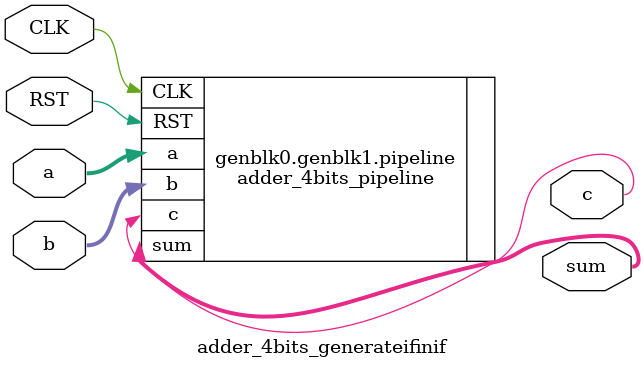
<source format=v>
/***********************************************
Module Name:   top_adder_4bits_generateifinif
Feature:       4 bits adder in combined or pipeline structure 
               which is selsected by generate
               Four adders in with 200 MHz clock and 50 MHz clock
Coder:         Garfield
Organization:  XXXX Group, Department of Architecture
------------------------------------------------------
Input ports:   a, b, 4 bits, operent
               CLK, 1bit clock
               RST, 1 bit, reset
Output Ports:  sum1, sum2, 4 bits, sum
               c1,c2, 1 bit, carry bit
------------------------------------------------------
History:
02-05-2016: First Version by Garfield
02-05-2016: First verified by Adder_4bits_generatecase_test  ISE/Modelsim
***********************************************/
`define FREQUENCY1 200
`define FREQUENCY2 50
//If CLOCK_FREQUENCY is greater than HIGH_SPEED,
//the adder should be designed in pipeline

module top_adder_4bits_generateifinif
//Clock frequency in unit of MHz
  ( 
    input[3:0] a, b,
    input CLK1, CLK2, input RST,
    output[3:0] sum_HH, sum_HL, sum_LH, sum_LL,
    output c_HH, c_HL, c_LH, c_LL
  );
//Load other module(s)
adder_4bits_generateifinif #(.CLOCK_FREQNENCY(`FREQUENCY1), .HIGH_CHIP(1) )      
A_HH ( .a(a), .b(b),.CLK(CLK1), .RST(RST), .sum(sum_HH), .c(c_HH));

adder_4bits_generateifinif #(.CLOCK_FREQNENCY(`FREQUENCY1), .HIGH_CHIP(0) )      
A_HL ( .a(a), .b(b),.CLK(CLK1), .RST(RST), .sum(sum_HL), .c(c_HL));

adder_4bits_generateifinif #(.CLOCK_FREQNENCY(`FREQUENCY2), .HIGH_CHIP(1) )     
A_LH ( .a(a), .b(b),.CLK(CLK2), .RST(RST), .sum(sum_LH), .c(c_LH));

adder_4bits_generateifinif #(.CLOCK_FREQNENCY(`FREQUENCY2), .HIGH_CHIP(0) )     
A_LL ( .a(a), .b(b),.CLK(CLK2), .RST(RST), .sum(sum_LL), .c(c_LL));
//Definition for Variables in the module

//Logical
endmodule

/***********************************************
Module Name:   adder_4bits_generateifinif
Feature:       4 bits adder in combined or pipeline structure 
               which is selsected by generate
Coder:         Garfield
Organization:  XXXX Group, Department of Architecture
------------------------------------------------------
Input ports:   a, b, 4 bits, operent
               CLK, 1bit clock
               RST, 1 bit, reset
Output Ports:  sum, 4 bits, sum
               c, 1 bit, carry bit
------------------------------------------------------
History:
02-05-2016: First Version by Garfield
02-05-2016: First verified by Adder_4bits_generateifinif_test  ISE/Modelsim
***********************************************/
`define HIGH_SPEED  150
//If CLOCK_FREQUENCY is greater than HIGH_SPEED,
//the adder should be designed in pipeline

module adder_4bits_generateifinif
//Clock frequency in unit of MHz
  ( 
    input[3:0] a, b,
    input CLK, input RST,
    output[3:0] sum,
    output c
  );
parameter[8:0] CLOCK_FREQNENCY = 100;
parameter[0:0] HIGH_CHIP = 0;
localparam[0:0] HIGH_CLOCK = (CLOCK_FREQNENCY > `HIGH_SPEED);
//Load other module(s)
generate
begin
	  if (~HIGH_CHIP)
	  begin
	      adder_4bits_pipeline pipeline( .a(a), .b(b),
                       .CLK(CLK), .RST(RST),
                       .sum(sum), .c(c));
	  end
	  else
	  begin
	      if (HIGH_CLOCK)
	      begin
	          adder_4bits_pipeline pipeline( .a(a), .b(b),
                       .CLK(CLK), .RST(RST),
                       .sum(sum), .c(c));
	      end
	      else
	      begin
	          adder_4bits combine(.a(a), .b(b),
                       .sum(sum), .c(c)); 
	      end
	  end
end
endgenerate

//Definition for Variables in the module

//Logical
endmodule
</source>
